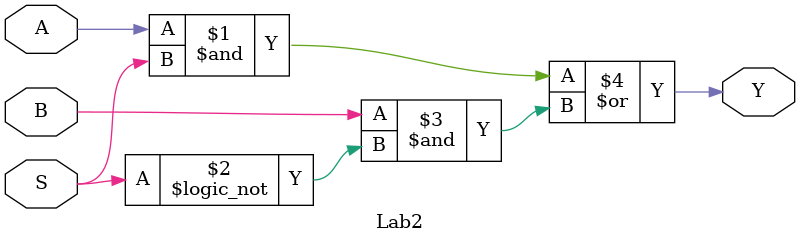
<source format=v>
module Lab2(A, B, S, Y);
// outputs one wire Y
// A, B inputs, S selection line
input A;
input B;
input S;
output Y;

assign Y = (A & S) | (B & !S);

endmodule
</source>
